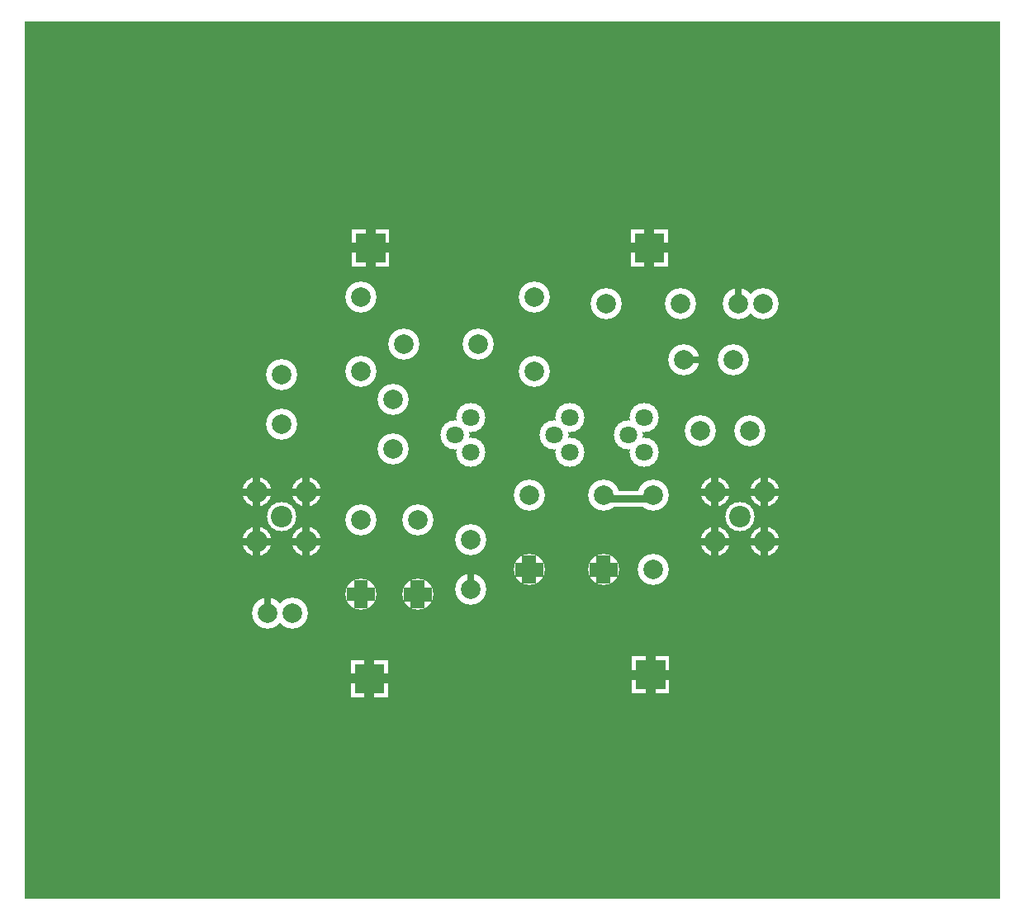
<source format=gbr>
%FSLAX34Y34*%
%MOMM*%
%LNCOPPER_TOP*%
G71*
G01*
%ADD10C,3.200*%
%ADD11C,3.000*%
%ADD12C,1.600*%
%ADD13C,3.000*%
%ADD14C,2.800*%
%ADD15C,3.200*%
%ADD16C,0.667*%
%ADD17C,0.813*%
%ADD18C,0.733*%
%ADD19C,1.380*%
%ADD20C,1.467*%
%ADD21C,1.447*%
%ADD22C,1.000*%
%ADD23C,2.230*%
%ADD24C,2.000*%
%ADD25C,1.800*%
%ADD26C,0.800*%
%ADD27C,2.200*%
%ADD28C,2.000*%
%ADD29C,3.000*%
%LPD*%
G36*
X-200000Y700000D02*
X800000Y700000D01*
X800000Y-200000D01*
X-200000Y-200000D01*
X-200000Y700000D01*
G37*
%LPC*%
X144829Y341175D02*
G54D10*
D03*
X144879Y417425D02*
G54D10*
D03*
X63836Y337775D02*
G54D10*
D03*
X63948Y286794D02*
G54D10*
D03*
X178135Y312375D02*
G54D10*
D03*
X178248Y261394D02*
G54D10*
D03*
X144845Y112575D02*
G54D10*
D03*
X144895Y188825D02*
G54D10*
D03*
X265566Y369189D02*
G54D10*
D03*
X189316Y369239D02*
G54D10*
D03*
X203225Y188825D02*
G54D10*
D03*
X203175Y112575D02*
G54D10*
D03*
X322629Y341174D02*
G54D10*
D03*
X322678Y417424D02*
G54D10*
D03*
X257889Y117607D02*
G54D10*
D03*
X257777Y168588D02*
G54D10*
D03*
X317525Y214225D02*
G54D10*
D03*
X317475Y137975D02*
G54D10*
D03*
X393725Y214225D02*
G54D10*
D03*
X393675Y137975D02*
G54D10*
D03*
X444525Y214225D02*
G54D10*
D03*
X444475Y137975D02*
G54D10*
D03*
X543997Y280269D02*
G54D10*
D03*
X493016Y280157D02*
G54D10*
D03*
X472542Y410993D02*
G54D10*
D03*
X396292Y411043D02*
G54D10*
D03*
X531975Y410475D02*
G54D10*
D03*
X557475Y410475D02*
G54D10*
D03*
X49375Y92975D02*
G54D10*
D03*
X74875Y92975D02*
G54D10*
D03*
X257200Y293600D02*
G54D11*
D03*
X241300Y276025D02*
G54D11*
D03*
X257235Y258409D02*
G54D11*
D03*
X358800Y293600D02*
G54D11*
D03*
X342900Y276025D02*
G54D11*
D03*
X358835Y258409D02*
G54D11*
D03*
X435000Y293600D02*
G54D11*
D03*
X419100Y276025D02*
G54D11*
D03*
X435035Y258409D02*
G54D11*
D03*
G54D12*
X444525Y214225D02*
X444500Y211150D01*
X393700Y211150D01*
X393725Y214225D01*
X38100Y217500D02*
G54D13*
D03*
X88900Y217500D02*
G54D13*
D03*
X63500Y192100D02*
G54D13*
D03*
X88900Y166700D02*
G54D13*
D03*
X38100Y166700D02*
G54D13*
D03*
X508000Y217500D02*
G54D13*
D03*
X558800Y217500D02*
G54D13*
D03*
X533400Y192100D02*
G54D13*
D03*
X558800Y166700D02*
G54D13*
D03*
X508000Y166700D02*
G54D13*
D03*
X476226Y352909D02*
G54D10*
D03*
X527206Y353022D02*
G54D10*
D03*
X144845Y112575D02*
G54D14*
D03*
X203175Y112575D02*
G54D14*
D03*
X317475Y137975D02*
G54D14*
D03*
X393675Y137975D02*
G54D14*
D03*
G36*
X135973Y487148D02*
X173973Y487148D01*
X173973Y449148D01*
X135973Y449148D01*
X135973Y487148D01*
G37*
G36*
X421723Y487148D02*
X459723Y487148D01*
X459723Y449148D01*
X421723Y449148D01*
X421723Y487148D01*
G37*
G36*
X134703Y45188D02*
X172703Y45188D01*
X172703Y7188D01*
X134703Y7188D01*
X134703Y45188D01*
G37*
G36*
X422993Y48998D02*
X460993Y48998D01*
X460993Y10998D01*
X422993Y10998D01*
X422993Y48998D01*
G37*
X24790Y471400D02*
G54D15*
D03*
X24790Y26900D02*
G54D15*
D03*
X574700Y26900D02*
G54D15*
D03*
X574700Y471400D02*
G54D15*
D03*
X523900Y471400D02*
G54D15*
D03*
X79400Y26900D02*
G54D15*
D03*
%LPD*%
G54D16*
G36*
X254556Y117607D02*
X254556Y134107D01*
X261223Y134107D01*
X261223Y117607D01*
X254556Y117607D01*
G37*
G54D16*
G36*
X528642Y410475D02*
X528642Y426975D01*
X535308Y426975D01*
X535308Y410475D01*
X528642Y410475D01*
G37*
G54D17*
G54D16*
G36*
X46042Y92975D02*
X46042Y109475D01*
X52708Y109475D01*
X52708Y92975D01*
X46042Y92975D01*
G37*
G54D17*
G54D18*
G36*
X34433Y217500D02*
X34433Y233000D01*
X41767Y233000D01*
X41767Y217500D01*
X34433Y217500D01*
G37*
G36*
X38100Y221167D02*
X53600Y221167D01*
X53600Y213833D01*
X38100Y213833D01*
X38100Y221167D01*
G37*
G36*
X41767Y217500D02*
X41767Y202000D01*
X34433Y202000D01*
X34433Y217500D01*
X41767Y217500D01*
G37*
G36*
X38100Y213833D02*
X22600Y213833D01*
X22600Y221167D01*
X38100Y221167D01*
X38100Y213833D01*
G37*
G54D18*
G36*
X85233Y217500D02*
X85233Y233000D01*
X92567Y233000D01*
X92567Y217500D01*
X85233Y217500D01*
G37*
G36*
X88900Y221167D02*
X104400Y221167D01*
X104400Y213833D01*
X88900Y213833D01*
X88900Y221167D01*
G37*
G36*
X92567Y217500D02*
X92567Y202000D01*
X85233Y202000D01*
X85233Y217500D01*
X92567Y217500D01*
G37*
G36*
X88900Y213833D02*
X73400Y213833D01*
X73400Y221167D01*
X88900Y221167D01*
X88900Y213833D01*
G37*
G54D18*
G36*
X85233Y166700D02*
X85233Y182200D01*
X92567Y182200D01*
X92567Y166700D01*
X85233Y166700D01*
G37*
G36*
X88900Y170367D02*
X104400Y170367D01*
X104400Y163033D01*
X88900Y163033D01*
X88900Y170367D01*
G37*
G36*
X92567Y166700D02*
X92567Y151200D01*
X85233Y151200D01*
X85233Y166700D01*
X92567Y166700D01*
G37*
G36*
X88900Y163033D02*
X73400Y163033D01*
X73400Y170367D01*
X88900Y170367D01*
X88900Y163033D01*
G37*
G54D18*
G36*
X34433Y166700D02*
X34433Y182200D01*
X41767Y182200D01*
X41767Y166700D01*
X34433Y166700D01*
G37*
G36*
X38100Y170367D02*
X53600Y170367D01*
X53600Y163033D01*
X38100Y163033D01*
X38100Y170367D01*
G37*
G36*
X41767Y166700D02*
X41767Y151200D01*
X34433Y151200D01*
X34433Y166700D01*
X41767Y166700D01*
G37*
G36*
X38100Y163033D02*
X22600Y163033D01*
X22600Y170367D01*
X38100Y170367D01*
X38100Y163033D01*
G37*
G54D18*
G36*
X504333Y217500D02*
X504333Y233000D01*
X511667Y233000D01*
X511667Y217500D01*
X504333Y217500D01*
G37*
G36*
X508000Y221167D02*
X523500Y221167D01*
X523500Y213833D01*
X508000Y213833D01*
X508000Y221167D01*
G37*
G36*
X511667Y217500D02*
X511667Y202000D01*
X504333Y202000D01*
X504333Y217500D01*
X511667Y217500D01*
G37*
G36*
X508000Y213833D02*
X492500Y213833D01*
X492500Y221167D01*
X508000Y221167D01*
X508000Y213833D01*
G37*
G54D18*
G36*
X555133Y217500D02*
X555133Y233000D01*
X562467Y233000D01*
X562467Y217500D01*
X555133Y217500D01*
G37*
G36*
X558800Y221167D02*
X574300Y221167D01*
X574300Y213833D01*
X558800Y213833D01*
X558800Y221167D01*
G37*
G36*
X562467Y217500D02*
X562467Y202000D01*
X555133Y202000D01*
X555133Y217500D01*
X562467Y217500D01*
G37*
G36*
X558800Y213833D02*
X543300Y213833D01*
X543300Y221167D01*
X558800Y221167D01*
X558800Y213833D01*
G37*
G54D18*
G36*
X555133Y166700D02*
X555133Y182200D01*
X562467Y182200D01*
X562467Y166700D01*
X555133Y166700D01*
G37*
G36*
X558800Y170367D02*
X574300Y170367D01*
X574300Y163033D01*
X558800Y163033D01*
X558800Y170367D01*
G37*
G36*
X562467Y166700D02*
X562467Y151200D01*
X555133Y151200D01*
X555133Y166700D01*
X562467Y166700D01*
G37*
G36*
X558800Y163033D02*
X543300Y163033D01*
X543300Y170367D01*
X558800Y170367D01*
X558800Y163033D01*
G37*
G54D18*
G36*
X504333Y166700D02*
X504333Y182200D01*
X511667Y182200D01*
X511667Y166700D01*
X504333Y166700D01*
G37*
G36*
X508000Y170367D02*
X523500Y170367D01*
X523500Y163033D01*
X508000Y163033D01*
X508000Y170367D01*
G37*
G36*
X511667Y166700D02*
X511667Y151200D01*
X504333Y151200D01*
X504333Y166700D01*
X511667Y166700D01*
G37*
G36*
X508000Y163033D02*
X492500Y163033D01*
X492500Y170367D01*
X508000Y170367D01*
X508000Y163033D01*
G37*
G54D16*
G36*
X476226Y356243D02*
X492726Y356243D01*
X492726Y349576D01*
X476226Y349576D01*
X476226Y356243D01*
G37*
G54D19*
G36*
X137945Y112575D02*
X137945Y127075D01*
X151745Y127075D01*
X151745Y112575D01*
X137945Y112575D01*
G37*
G36*
X144845Y119475D02*
X159345Y119475D01*
X159345Y105675D01*
X144845Y105675D01*
X144845Y119475D01*
G37*
G36*
X151745Y112575D02*
X151745Y98075D01*
X137945Y98075D01*
X137945Y112575D01*
X151745Y112575D01*
G37*
G36*
X144845Y105675D02*
X130345Y105675D01*
X130345Y119475D01*
X144845Y119475D01*
X144845Y105675D01*
G37*
G54D20*
G36*
X195842Y112575D02*
X195842Y127075D01*
X210508Y127075D01*
X210508Y112575D01*
X195842Y112575D01*
G37*
G36*
X203175Y119908D02*
X217675Y119908D01*
X217675Y105242D01*
X203175Y105242D01*
X203175Y119908D01*
G37*
G36*
X210508Y112575D02*
X210508Y98075D01*
X195842Y98075D01*
X195842Y112575D01*
X210508Y112575D01*
G37*
G36*
X203175Y105242D02*
X188675Y105242D01*
X188675Y119908D01*
X203175Y119908D01*
X203175Y105242D01*
G37*
G54D21*
G36*
X310242Y137975D02*
X310242Y152475D01*
X324708Y152475D01*
X324708Y137975D01*
X310242Y137975D01*
G37*
G36*
X317475Y145208D02*
X331975Y145208D01*
X331975Y130742D01*
X317475Y130742D01*
X317475Y145208D01*
G37*
G36*
X324708Y137975D02*
X324708Y123475D01*
X310242Y123475D01*
X310242Y137975D01*
X324708Y137975D01*
G37*
G36*
X317475Y130742D02*
X302975Y130742D01*
X302975Y145208D01*
X317475Y145208D01*
X317475Y130742D01*
G37*
G54D21*
G36*
X386442Y137975D02*
X386442Y152475D01*
X400908Y152475D01*
X400908Y137975D01*
X386442Y137975D01*
G37*
G36*
X393675Y145208D02*
X408175Y145208D01*
X408175Y130742D01*
X393675Y130742D01*
X393675Y145208D01*
G37*
G36*
X400908Y137975D02*
X400908Y123475D01*
X386442Y123475D01*
X386442Y137975D01*
X400908Y137975D01*
G37*
G36*
X393675Y130742D02*
X379175Y130742D01*
X379175Y145208D01*
X393675Y145208D01*
X393675Y130742D01*
G37*
G54D22*
G36*
X149973Y468148D02*
X149973Y487648D01*
X159973Y487648D01*
X159973Y468148D01*
X149973Y468148D01*
G37*
G36*
X154973Y473148D02*
X174473Y473148D01*
X174473Y463148D01*
X154973Y463148D01*
X154973Y473148D01*
G37*
G36*
X159973Y468148D02*
X159973Y448648D01*
X149973Y448648D01*
X149973Y468148D01*
X159973Y468148D01*
G37*
G36*
X154973Y463148D02*
X135473Y463148D01*
X135473Y473148D01*
X154973Y473148D01*
X154973Y463148D01*
G37*
G54D22*
G36*
X435723Y468148D02*
X435723Y487648D01*
X445723Y487648D01*
X445723Y468148D01*
X435723Y468148D01*
G37*
G36*
X440723Y473148D02*
X460223Y473148D01*
X460223Y463148D01*
X440723Y463148D01*
X440723Y473148D01*
G37*
G36*
X445723Y468148D02*
X445723Y448648D01*
X435723Y448648D01*
X435723Y468148D01*
X445723Y468148D01*
G37*
G36*
X440723Y463148D02*
X421223Y463148D01*
X421223Y473148D01*
X440723Y473148D01*
X440723Y463148D01*
G37*
G54D22*
G36*
X148703Y26188D02*
X148703Y45688D01*
X158703Y45688D01*
X158703Y26188D01*
X148703Y26188D01*
G37*
G36*
X153703Y31188D02*
X173203Y31188D01*
X173203Y21188D01*
X153703Y21188D01*
X153703Y31188D01*
G37*
G36*
X158703Y26188D02*
X158703Y6688D01*
X148703Y6688D01*
X148703Y26188D01*
X158703Y26188D01*
G37*
G36*
X153703Y21188D02*
X134203Y21188D01*
X134203Y31188D01*
X153703Y31188D01*
X153703Y21188D01*
G37*
G54D22*
G36*
X436993Y29998D02*
X436993Y49498D01*
X446993Y49498D01*
X446993Y29998D01*
X436993Y29998D01*
G37*
G36*
X441993Y34998D02*
X461493Y34998D01*
X461493Y24998D01*
X441993Y24998D01*
X441993Y34998D01*
G37*
G36*
X446993Y29998D02*
X446993Y10498D01*
X436993Y10498D01*
X436993Y29998D01*
X446993Y29998D01*
G37*
G36*
X441993Y24998D02*
X422493Y24998D01*
X422493Y34998D01*
X441993Y34998D01*
X441993Y24998D01*
G37*
G54D23*
G36*
X24790Y482550D02*
X41290Y482550D01*
X41290Y460250D01*
X24790Y460250D01*
X24790Y482550D01*
G37*
G36*
X35940Y471400D02*
X35940Y454900D01*
X13640Y454900D01*
X13640Y471400D01*
X35940Y471400D01*
G37*
G36*
X24790Y460250D02*
X8290Y460250D01*
X8290Y482550D01*
X24790Y482550D01*
X24790Y460250D01*
G37*
G36*
X13640Y471400D02*
X13640Y487900D01*
X35940Y487900D01*
X35940Y471400D01*
X13640Y471400D01*
G37*
G54D23*
G36*
X24790Y38050D02*
X41290Y38050D01*
X41290Y15750D01*
X24790Y15750D01*
X24790Y38050D01*
G37*
G36*
X35940Y26900D02*
X35940Y10400D01*
X13640Y10400D01*
X13640Y26900D01*
X35940Y26900D01*
G37*
G36*
X24790Y15750D02*
X8290Y15750D01*
X8290Y38050D01*
X24790Y38050D01*
X24790Y15750D01*
G37*
G36*
X13640Y26900D02*
X13640Y43400D01*
X35940Y43400D01*
X35940Y26900D01*
X13640Y26900D01*
G37*
G54D23*
G36*
X574700Y38050D02*
X591200Y38050D01*
X591200Y15750D01*
X574700Y15750D01*
X574700Y38050D01*
G37*
G36*
X585850Y26900D02*
X585850Y10400D01*
X563550Y10400D01*
X563550Y26900D01*
X585850Y26900D01*
G37*
G36*
X574700Y15750D02*
X558200Y15750D01*
X558200Y38050D01*
X574700Y38050D01*
X574700Y15750D01*
G37*
G36*
X563550Y26900D02*
X563550Y43400D01*
X585850Y43400D01*
X585850Y26900D01*
X563550Y26900D01*
G37*
G54D23*
G36*
X574700Y482550D02*
X591200Y482550D01*
X591200Y460250D01*
X574700Y460250D01*
X574700Y482550D01*
G37*
G36*
X585850Y471400D02*
X585850Y454900D01*
X563550Y454900D01*
X563550Y471400D01*
X585850Y471400D01*
G37*
G36*
X574700Y460250D02*
X558200Y460250D01*
X558200Y482550D01*
X574700Y482550D01*
X574700Y460250D01*
G37*
G36*
X563550Y471400D02*
X563550Y487900D01*
X585850Y487900D01*
X585850Y471400D01*
X563550Y471400D01*
G37*
G54D23*
G36*
X523900Y482550D02*
X540400Y482550D01*
X540400Y460250D01*
X523900Y460250D01*
X523900Y482550D01*
G37*
G36*
X535050Y471400D02*
X535050Y454900D01*
X512750Y454900D01*
X512750Y471400D01*
X535050Y471400D01*
G37*
G36*
X523900Y460250D02*
X507400Y460250D01*
X507400Y482550D01*
X523900Y482550D01*
X523900Y460250D01*
G37*
G36*
X512750Y471400D02*
X512750Y487900D01*
X535050Y487900D01*
X535050Y471400D01*
X512750Y471400D01*
G37*
G54D23*
G36*
X79400Y38050D02*
X95900Y38050D01*
X95900Y15750D01*
X79400Y15750D01*
X79400Y38050D01*
G37*
G36*
X90550Y26900D02*
X90550Y10400D01*
X68250Y10400D01*
X68250Y26900D01*
X90550Y26900D01*
G37*
G36*
X79400Y15750D02*
X62900Y15750D01*
X62900Y38050D01*
X79400Y38050D01*
X79400Y15750D01*
G37*
G36*
X68250Y26900D02*
X68250Y43400D01*
X90550Y43400D01*
X90550Y26900D01*
X68250Y26900D01*
G37*
X144829Y341175D02*
G54D24*
D03*
X144879Y417425D02*
G54D24*
D03*
X63836Y337775D02*
G54D24*
D03*
X63948Y286794D02*
G54D24*
D03*
X178135Y312375D02*
G54D24*
D03*
X178248Y261394D02*
G54D24*
D03*
X144845Y112575D02*
G54D24*
D03*
X144895Y188825D02*
G54D24*
D03*
X265566Y369189D02*
G54D24*
D03*
X189316Y369239D02*
G54D24*
D03*
X203225Y188825D02*
G54D24*
D03*
X203175Y112575D02*
G54D24*
D03*
X322629Y341174D02*
G54D24*
D03*
X322678Y417424D02*
G54D24*
D03*
X257889Y117607D02*
G54D24*
D03*
X257777Y168588D02*
G54D24*
D03*
X317525Y214225D02*
G54D24*
D03*
X317475Y137975D02*
G54D24*
D03*
X393725Y214225D02*
G54D24*
D03*
X393675Y137975D02*
G54D24*
D03*
X444525Y214225D02*
G54D24*
D03*
X444475Y137975D02*
G54D24*
D03*
X543997Y280269D02*
G54D24*
D03*
X493016Y280157D02*
G54D24*
D03*
X472542Y410993D02*
G54D24*
D03*
X396292Y411043D02*
G54D24*
D03*
X531975Y410475D02*
G54D24*
D03*
X557475Y410475D02*
G54D24*
D03*
X49375Y92975D02*
G54D24*
D03*
X74875Y92975D02*
G54D24*
D03*
X257200Y293600D02*
G54D25*
D03*
X241300Y276025D02*
G54D25*
D03*
X257235Y258409D02*
G54D25*
D03*
X358800Y293600D02*
G54D25*
D03*
X342900Y276025D02*
G54D25*
D03*
X358835Y258409D02*
G54D25*
D03*
X435000Y293600D02*
G54D25*
D03*
X419100Y276025D02*
G54D25*
D03*
X435035Y258409D02*
G54D25*
D03*
G54D26*
X444525Y214225D02*
X444500Y211150D01*
X393700Y211150D01*
X393725Y214225D01*
X38100Y217500D02*
G54D27*
D03*
X88900Y217500D02*
G54D27*
D03*
X63500Y192100D02*
G54D27*
D03*
X88900Y166700D02*
G54D27*
D03*
X38100Y166700D02*
G54D27*
D03*
X508000Y217500D02*
G54D27*
D03*
X558800Y217500D02*
G54D27*
D03*
X533400Y192100D02*
G54D27*
D03*
X558800Y166700D02*
G54D27*
D03*
X508000Y166700D02*
G54D27*
D03*
X476226Y352909D02*
G54D24*
D03*
X527206Y353022D02*
G54D24*
D03*
X144845Y112575D02*
G54D28*
D03*
X203175Y112575D02*
G54D28*
D03*
X317475Y137975D02*
G54D28*
D03*
X393675Y137975D02*
G54D28*
D03*
G36*
X139973Y483148D02*
X169973Y483148D01*
X169973Y453148D01*
X139973Y453148D01*
X139973Y483148D01*
G37*
G36*
X425723Y483148D02*
X455723Y483148D01*
X455723Y453148D01*
X425723Y453148D01*
X425723Y483148D01*
G37*
G36*
X138703Y41188D02*
X168703Y41188D01*
X168703Y11188D01*
X138703Y11188D01*
X138703Y41188D01*
G37*
G36*
X426993Y44998D02*
X456993Y44998D01*
X456993Y14998D01*
X426993Y14998D01*
X426993Y44998D01*
G37*
X24790Y471400D02*
G54D29*
D03*
X24790Y26900D02*
G54D29*
D03*
X574700Y26900D02*
G54D29*
D03*
X574700Y471400D02*
G54D29*
D03*
X523900Y471400D02*
G54D29*
D03*
X79400Y26900D02*
G54D29*
D03*
M02*

</source>
